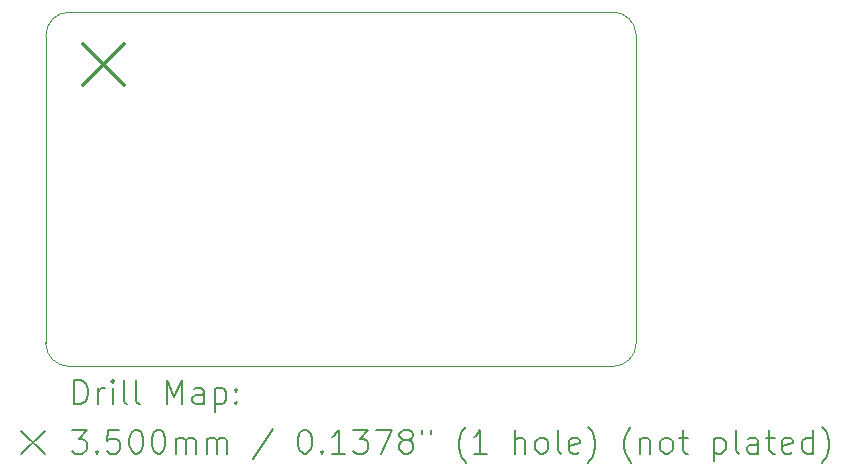
<source format=gbr>
%TF.GenerationSoftware,KiCad,Pcbnew,7.0.2*%
%TF.CreationDate,2023-05-03T11:21:34+05:30*%
%TF.ProjectId,Bed-leveler-PCB,4265642d-6c65-4766-956c-65722d504342,rev?*%
%TF.SameCoordinates,Original*%
%TF.FileFunction,Drillmap*%
%TF.FilePolarity,Positive*%
%FSLAX45Y45*%
G04 Gerber Fmt 4.5, Leading zero omitted, Abs format (unit mm)*
G04 Created by KiCad (PCBNEW 7.0.2) date 2023-05-03 11:21:34*
%MOMM*%
%LPD*%
G01*
G04 APERTURE LIST*
%ADD10C,0.100000*%
%ADD11C,0.200000*%
%ADD12C,0.350000*%
G04 APERTURE END LIST*
D10*
X17100421Y-6200421D02*
G75*
G03*
X16900421Y-6400421I0J-200000D01*
G01*
X16899421Y-9000579D02*
G75*
G03*
X17099421Y-9200579I200000J0D01*
G01*
X21899579Y-6399421D02*
G75*
G03*
X21699579Y-6199421I-200000J0D01*
G01*
X21700579Y-9200579D02*
G75*
G03*
X21900579Y-9000579I0J200000D01*
G01*
X21899579Y-6399421D02*
X21900579Y-9000579D01*
X17100421Y-6200421D02*
X21699579Y-6199421D01*
X16899421Y-9000579D02*
X16900421Y-6400421D01*
X21700579Y-9200579D02*
X17099421Y-9200579D01*
D11*
D12*
X17216000Y-6471000D02*
X17566000Y-6821000D01*
X17566000Y-6471000D02*
X17216000Y-6821000D01*
D11*
X17142040Y-9518102D02*
X17142040Y-9318102D01*
X17142040Y-9318102D02*
X17189659Y-9318102D01*
X17189659Y-9318102D02*
X17218231Y-9327626D01*
X17218231Y-9327626D02*
X17237279Y-9346674D01*
X17237279Y-9346674D02*
X17246802Y-9365721D01*
X17246802Y-9365721D02*
X17256326Y-9403817D01*
X17256326Y-9403817D02*
X17256326Y-9432388D01*
X17256326Y-9432388D02*
X17246802Y-9470483D01*
X17246802Y-9470483D02*
X17237279Y-9489531D01*
X17237279Y-9489531D02*
X17218231Y-9508579D01*
X17218231Y-9508579D02*
X17189659Y-9518102D01*
X17189659Y-9518102D02*
X17142040Y-9518102D01*
X17342040Y-9518102D02*
X17342040Y-9384769D01*
X17342040Y-9422864D02*
X17351564Y-9403817D01*
X17351564Y-9403817D02*
X17361088Y-9394293D01*
X17361088Y-9394293D02*
X17380136Y-9384769D01*
X17380136Y-9384769D02*
X17399183Y-9384769D01*
X17465850Y-9518102D02*
X17465850Y-9384769D01*
X17465850Y-9318102D02*
X17456326Y-9327626D01*
X17456326Y-9327626D02*
X17465850Y-9337150D01*
X17465850Y-9337150D02*
X17475374Y-9327626D01*
X17475374Y-9327626D02*
X17465850Y-9318102D01*
X17465850Y-9318102D02*
X17465850Y-9337150D01*
X17589659Y-9518102D02*
X17570612Y-9508579D01*
X17570612Y-9508579D02*
X17561088Y-9489531D01*
X17561088Y-9489531D02*
X17561088Y-9318102D01*
X17694421Y-9518102D02*
X17675374Y-9508579D01*
X17675374Y-9508579D02*
X17665850Y-9489531D01*
X17665850Y-9489531D02*
X17665850Y-9318102D01*
X17922993Y-9518102D02*
X17922993Y-9318102D01*
X17922993Y-9318102D02*
X17989660Y-9460960D01*
X17989660Y-9460960D02*
X18056326Y-9318102D01*
X18056326Y-9318102D02*
X18056326Y-9518102D01*
X18237279Y-9518102D02*
X18237279Y-9413341D01*
X18237279Y-9413341D02*
X18227755Y-9394293D01*
X18227755Y-9394293D02*
X18208707Y-9384769D01*
X18208707Y-9384769D02*
X18170612Y-9384769D01*
X18170612Y-9384769D02*
X18151564Y-9394293D01*
X18237279Y-9508579D02*
X18218231Y-9518102D01*
X18218231Y-9518102D02*
X18170612Y-9518102D01*
X18170612Y-9518102D02*
X18151564Y-9508579D01*
X18151564Y-9508579D02*
X18142040Y-9489531D01*
X18142040Y-9489531D02*
X18142040Y-9470483D01*
X18142040Y-9470483D02*
X18151564Y-9451436D01*
X18151564Y-9451436D02*
X18170612Y-9441912D01*
X18170612Y-9441912D02*
X18218231Y-9441912D01*
X18218231Y-9441912D02*
X18237279Y-9432388D01*
X18332517Y-9384769D02*
X18332517Y-9584769D01*
X18332517Y-9394293D02*
X18351564Y-9384769D01*
X18351564Y-9384769D02*
X18389660Y-9384769D01*
X18389660Y-9384769D02*
X18408707Y-9394293D01*
X18408707Y-9394293D02*
X18418231Y-9403817D01*
X18418231Y-9403817D02*
X18427755Y-9422864D01*
X18427755Y-9422864D02*
X18427755Y-9480007D01*
X18427755Y-9480007D02*
X18418231Y-9499055D01*
X18418231Y-9499055D02*
X18408707Y-9508579D01*
X18408707Y-9508579D02*
X18389660Y-9518102D01*
X18389660Y-9518102D02*
X18351564Y-9518102D01*
X18351564Y-9518102D02*
X18332517Y-9508579D01*
X18513469Y-9499055D02*
X18522993Y-9508579D01*
X18522993Y-9508579D02*
X18513469Y-9518102D01*
X18513469Y-9518102D02*
X18503945Y-9508579D01*
X18503945Y-9508579D02*
X18513469Y-9499055D01*
X18513469Y-9499055D02*
X18513469Y-9518102D01*
X18513469Y-9394293D02*
X18522993Y-9403817D01*
X18522993Y-9403817D02*
X18513469Y-9413341D01*
X18513469Y-9413341D02*
X18503945Y-9403817D01*
X18503945Y-9403817D02*
X18513469Y-9394293D01*
X18513469Y-9394293D02*
X18513469Y-9413341D01*
X16694421Y-9745579D02*
X16894421Y-9945579D01*
X16894421Y-9745579D02*
X16694421Y-9945579D01*
X17122993Y-9738102D02*
X17246802Y-9738102D01*
X17246802Y-9738102D02*
X17180136Y-9814293D01*
X17180136Y-9814293D02*
X17208707Y-9814293D01*
X17208707Y-9814293D02*
X17227755Y-9823817D01*
X17227755Y-9823817D02*
X17237279Y-9833341D01*
X17237279Y-9833341D02*
X17246802Y-9852388D01*
X17246802Y-9852388D02*
X17246802Y-9900007D01*
X17246802Y-9900007D02*
X17237279Y-9919055D01*
X17237279Y-9919055D02*
X17227755Y-9928579D01*
X17227755Y-9928579D02*
X17208707Y-9938102D01*
X17208707Y-9938102D02*
X17151564Y-9938102D01*
X17151564Y-9938102D02*
X17132517Y-9928579D01*
X17132517Y-9928579D02*
X17122993Y-9919055D01*
X17332517Y-9919055D02*
X17342040Y-9928579D01*
X17342040Y-9928579D02*
X17332517Y-9938102D01*
X17332517Y-9938102D02*
X17322993Y-9928579D01*
X17322993Y-9928579D02*
X17332517Y-9919055D01*
X17332517Y-9919055D02*
X17332517Y-9938102D01*
X17522993Y-9738102D02*
X17427755Y-9738102D01*
X17427755Y-9738102D02*
X17418231Y-9833341D01*
X17418231Y-9833341D02*
X17427755Y-9823817D01*
X17427755Y-9823817D02*
X17446802Y-9814293D01*
X17446802Y-9814293D02*
X17494421Y-9814293D01*
X17494421Y-9814293D02*
X17513469Y-9823817D01*
X17513469Y-9823817D02*
X17522993Y-9833341D01*
X17522993Y-9833341D02*
X17532517Y-9852388D01*
X17532517Y-9852388D02*
X17532517Y-9900007D01*
X17532517Y-9900007D02*
X17522993Y-9919055D01*
X17522993Y-9919055D02*
X17513469Y-9928579D01*
X17513469Y-9928579D02*
X17494421Y-9938102D01*
X17494421Y-9938102D02*
X17446802Y-9938102D01*
X17446802Y-9938102D02*
X17427755Y-9928579D01*
X17427755Y-9928579D02*
X17418231Y-9919055D01*
X17656326Y-9738102D02*
X17675374Y-9738102D01*
X17675374Y-9738102D02*
X17694421Y-9747626D01*
X17694421Y-9747626D02*
X17703945Y-9757150D01*
X17703945Y-9757150D02*
X17713469Y-9776198D01*
X17713469Y-9776198D02*
X17722993Y-9814293D01*
X17722993Y-9814293D02*
X17722993Y-9861912D01*
X17722993Y-9861912D02*
X17713469Y-9900007D01*
X17713469Y-9900007D02*
X17703945Y-9919055D01*
X17703945Y-9919055D02*
X17694421Y-9928579D01*
X17694421Y-9928579D02*
X17675374Y-9938102D01*
X17675374Y-9938102D02*
X17656326Y-9938102D01*
X17656326Y-9938102D02*
X17637279Y-9928579D01*
X17637279Y-9928579D02*
X17627755Y-9919055D01*
X17627755Y-9919055D02*
X17618231Y-9900007D01*
X17618231Y-9900007D02*
X17608707Y-9861912D01*
X17608707Y-9861912D02*
X17608707Y-9814293D01*
X17608707Y-9814293D02*
X17618231Y-9776198D01*
X17618231Y-9776198D02*
X17627755Y-9757150D01*
X17627755Y-9757150D02*
X17637279Y-9747626D01*
X17637279Y-9747626D02*
X17656326Y-9738102D01*
X17846802Y-9738102D02*
X17865850Y-9738102D01*
X17865850Y-9738102D02*
X17884898Y-9747626D01*
X17884898Y-9747626D02*
X17894421Y-9757150D01*
X17894421Y-9757150D02*
X17903945Y-9776198D01*
X17903945Y-9776198D02*
X17913469Y-9814293D01*
X17913469Y-9814293D02*
X17913469Y-9861912D01*
X17913469Y-9861912D02*
X17903945Y-9900007D01*
X17903945Y-9900007D02*
X17894421Y-9919055D01*
X17894421Y-9919055D02*
X17884898Y-9928579D01*
X17884898Y-9928579D02*
X17865850Y-9938102D01*
X17865850Y-9938102D02*
X17846802Y-9938102D01*
X17846802Y-9938102D02*
X17827755Y-9928579D01*
X17827755Y-9928579D02*
X17818231Y-9919055D01*
X17818231Y-9919055D02*
X17808707Y-9900007D01*
X17808707Y-9900007D02*
X17799183Y-9861912D01*
X17799183Y-9861912D02*
X17799183Y-9814293D01*
X17799183Y-9814293D02*
X17808707Y-9776198D01*
X17808707Y-9776198D02*
X17818231Y-9757150D01*
X17818231Y-9757150D02*
X17827755Y-9747626D01*
X17827755Y-9747626D02*
X17846802Y-9738102D01*
X17999183Y-9938102D02*
X17999183Y-9804769D01*
X17999183Y-9823817D02*
X18008707Y-9814293D01*
X18008707Y-9814293D02*
X18027755Y-9804769D01*
X18027755Y-9804769D02*
X18056326Y-9804769D01*
X18056326Y-9804769D02*
X18075374Y-9814293D01*
X18075374Y-9814293D02*
X18084898Y-9833341D01*
X18084898Y-9833341D02*
X18084898Y-9938102D01*
X18084898Y-9833341D02*
X18094421Y-9814293D01*
X18094421Y-9814293D02*
X18113469Y-9804769D01*
X18113469Y-9804769D02*
X18142040Y-9804769D01*
X18142040Y-9804769D02*
X18161088Y-9814293D01*
X18161088Y-9814293D02*
X18170612Y-9833341D01*
X18170612Y-9833341D02*
X18170612Y-9938102D01*
X18265850Y-9938102D02*
X18265850Y-9804769D01*
X18265850Y-9823817D02*
X18275374Y-9814293D01*
X18275374Y-9814293D02*
X18294421Y-9804769D01*
X18294421Y-9804769D02*
X18322993Y-9804769D01*
X18322993Y-9804769D02*
X18342041Y-9814293D01*
X18342041Y-9814293D02*
X18351564Y-9833341D01*
X18351564Y-9833341D02*
X18351564Y-9938102D01*
X18351564Y-9833341D02*
X18361088Y-9814293D01*
X18361088Y-9814293D02*
X18380136Y-9804769D01*
X18380136Y-9804769D02*
X18408707Y-9804769D01*
X18408707Y-9804769D02*
X18427755Y-9814293D01*
X18427755Y-9814293D02*
X18437279Y-9833341D01*
X18437279Y-9833341D02*
X18437279Y-9938102D01*
X18827755Y-9728579D02*
X18656326Y-9985721D01*
X19084898Y-9738102D02*
X19103945Y-9738102D01*
X19103945Y-9738102D02*
X19122993Y-9747626D01*
X19122993Y-9747626D02*
X19132517Y-9757150D01*
X19132517Y-9757150D02*
X19142041Y-9776198D01*
X19142041Y-9776198D02*
X19151564Y-9814293D01*
X19151564Y-9814293D02*
X19151564Y-9861912D01*
X19151564Y-9861912D02*
X19142041Y-9900007D01*
X19142041Y-9900007D02*
X19132517Y-9919055D01*
X19132517Y-9919055D02*
X19122993Y-9928579D01*
X19122993Y-9928579D02*
X19103945Y-9938102D01*
X19103945Y-9938102D02*
X19084898Y-9938102D01*
X19084898Y-9938102D02*
X19065850Y-9928579D01*
X19065850Y-9928579D02*
X19056326Y-9919055D01*
X19056326Y-9919055D02*
X19046803Y-9900007D01*
X19046803Y-9900007D02*
X19037279Y-9861912D01*
X19037279Y-9861912D02*
X19037279Y-9814293D01*
X19037279Y-9814293D02*
X19046803Y-9776198D01*
X19046803Y-9776198D02*
X19056326Y-9757150D01*
X19056326Y-9757150D02*
X19065850Y-9747626D01*
X19065850Y-9747626D02*
X19084898Y-9738102D01*
X19237279Y-9919055D02*
X19246803Y-9928579D01*
X19246803Y-9928579D02*
X19237279Y-9938102D01*
X19237279Y-9938102D02*
X19227755Y-9928579D01*
X19227755Y-9928579D02*
X19237279Y-9919055D01*
X19237279Y-9919055D02*
X19237279Y-9938102D01*
X19437279Y-9938102D02*
X19322993Y-9938102D01*
X19380136Y-9938102D02*
X19380136Y-9738102D01*
X19380136Y-9738102D02*
X19361088Y-9766674D01*
X19361088Y-9766674D02*
X19342041Y-9785721D01*
X19342041Y-9785721D02*
X19322993Y-9795245D01*
X19503945Y-9738102D02*
X19627755Y-9738102D01*
X19627755Y-9738102D02*
X19561088Y-9814293D01*
X19561088Y-9814293D02*
X19589660Y-9814293D01*
X19589660Y-9814293D02*
X19608707Y-9823817D01*
X19608707Y-9823817D02*
X19618231Y-9833341D01*
X19618231Y-9833341D02*
X19627755Y-9852388D01*
X19627755Y-9852388D02*
X19627755Y-9900007D01*
X19627755Y-9900007D02*
X19618231Y-9919055D01*
X19618231Y-9919055D02*
X19608707Y-9928579D01*
X19608707Y-9928579D02*
X19589660Y-9938102D01*
X19589660Y-9938102D02*
X19532517Y-9938102D01*
X19532517Y-9938102D02*
X19513469Y-9928579D01*
X19513469Y-9928579D02*
X19503945Y-9919055D01*
X19694422Y-9738102D02*
X19827755Y-9738102D01*
X19827755Y-9738102D02*
X19742041Y-9938102D01*
X19932517Y-9823817D02*
X19913469Y-9814293D01*
X19913469Y-9814293D02*
X19903945Y-9804769D01*
X19903945Y-9804769D02*
X19894422Y-9785721D01*
X19894422Y-9785721D02*
X19894422Y-9776198D01*
X19894422Y-9776198D02*
X19903945Y-9757150D01*
X19903945Y-9757150D02*
X19913469Y-9747626D01*
X19913469Y-9747626D02*
X19932517Y-9738102D01*
X19932517Y-9738102D02*
X19970612Y-9738102D01*
X19970612Y-9738102D02*
X19989660Y-9747626D01*
X19989660Y-9747626D02*
X19999184Y-9757150D01*
X19999184Y-9757150D02*
X20008707Y-9776198D01*
X20008707Y-9776198D02*
X20008707Y-9785721D01*
X20008707Y-9785721D02*
X19999184Y-9804769D01*
X19999184Y-9804769D02*
X19989660Y-9814293D01*
X19989660Y-9814293D02*
X19970612Y-9823817D01*
X19970612Y-9823817D02*
X19932517Y-9823817D01*
X19932517Y-9823817D02*
X19913469Y-9833341D01*
X19913469Y-9833341D02*
X19903945Y-9842864D01*
X19903945Y-9842864D02*
X19894422Y-9861912D01*
X19894422Y-9861912D02*
X19894422Y-9900007D01*
X19894422Y-9900007D02*
X19903945Y-9919055D01*
X19903945Y-9919055D02*
X19913469Y-9928579D01*
X19913469Y-9928579D02*
X19932517Y-9938102D01*
X19932517Y-9938102D02*
X19970612Y-9938102D01*
X19970612Y-9938102D02*
X19989660Y-9928579D01*
X19989660Y-9928579D02*
X19999184Y-9919055D01*
X19999184Y-9919055D02*
X20008707Y-9900007D01*
X20008707Y-9900007D02*
X20008707Y-9861912D01*
X20008707Y-9861912D02*
X19999184Y-9842864D01*
X19999184Y-9842864D02*
X19989660Y-9833341D01*
X19989660Y-9833341D02*
X19970612Y-9823817D01*
X20084898Y-9738102D02*
X20084898Y-9776198D01*
X20161088Y-9738102D02*
X20161088Y-9776198D01*
X20456327Y-10014293D02*
X20446803Y-10004769D01*
X20446803Y-10004769D02*
X20427755Y-9976198D01*
X20427755Y-9976198D02*
X20418231Y-9957150D01*
X20418231Y-9957150D02*
X20408707Y-9928579D01*
X20408707Y-9928579D02*
X20399184Y-9880960D01*
X20399184Y-9880960D02*
X20399184Y-9842864D01*
X20399184Y-9842864D02*
X20408707Y-9795245D01*
X20408707Y-9795245D02*
X20418231Y-9766674D01*
X20418231Y-9766674D02*
X20427755Y-9747626D01*
X20427755Y-9747626D02*
X20446803Y-9719055D01*
X20446803Y-9719055D02*
X20456327Y-9709531D01*
X20637279Y-9938102D02*
X20522993Y-9938102D01*
X20580136Y-9938102D02*
X20580136Y-9738102D01*
X20580136Y-9738102D02*
X20561088Y-9766674D01*
X20561088Y-9766674D02*
X20542041Y-9785721D01*
X20542041Y-9785721D02*
X20522993Y-9795245D01*
X20875374Y-9938102D02*
X20875374Y-9738102D01*
X20961088Y-9938102D02*
X20961088Y-9833341D01*
X20961088Y-9833341D02*
X20951565Y-9814293D01*
X20951565Y-9814293D02*
X20932517Y-9804769D01*
X20932517Y-9804769D02*
X20903946Y-9804769D01*
X20903946Y-9804769D02*
X20884898Y-9814293D01*
X20884898Y-9814293D02*
X20875374Y-9823817D01*
X21084898Y-9938102D02*
X21065850Y-9928579D01*
X21065850Y-9928579D02*
X21056327Y-9919055D01*
X21056327Y-9919055D02*
X21046803Y-9900007D01*
X21046803Y-9900007D02*
X21046803Y-9842864D01*
X21046803Y-9842864D02*
X21056327Y-9823817D01*
X21056327Y-9823817D02*
X21065850Y-9814293D01*
X21065850Y-9814293D02*
X21084898Y-9804769D01*
X21084898Y-9804769D02*
X21113469Y-9804769D01*
X21113469Y-9804769D02*
X21132517Y-9814293D01*
X21132517Y-9814293D02*
X21142041Y-9823817D01*
X21142041Y-9823817D02*
X21151565Y-9842864D01*
X21151565Y-9842864D02*
X21151565Y-9900007D01*
X21151565Y-9900007D02*
X21142041Y-9919055D01*
X21142041Y-9919055D02*
X21132517Y-9928579D01*
X21132517Y-9928579D02*
X21113469Y-9938102D01*
X21113469Y-9938102D02*
X21084898Y-9938102D01*
X21265850Y-9938102D02*
X21246803Y-9928579D01*
X21246803Y-9928579D02*
X21237279Y-9909531D01*
X21237279Y-9909531D02*
X21237279Y-9738102D01*
X21418231Y-9928579D02*
X21399184Y-9938102D01*
X21399184Y-9938102D02*
X21361088Y-9938102D01*
X21361088Y-9938102D02*
X21342041Y-9928579D01*
X21342041Y-9928579D02*
X21332517Y-9909531D01*
X21332517Y-9909531D02*
X21332517Y-9833341D01*
X21332517Y-9833341D02*
X21342041Y-9814293D01*
X21342041Y-9814293D02*
X21361088Y-9804769D01*
X21361088Y-9804769D02*
X21399184Y-9804769D01*
X21399184Y-9804769D02*
X21418231Y-9814293D01*
X21418231Y-9814293D02*
X21427755Y-9833341D01*
X21427755Y-9833341D02*
X21427755Y-9852388D01*
X21427755Y-9852388D02*
X21332517Y-9871436D01*
X21494422Y-10014293D02*
X21503946Y-10004769D01*
X21503946Y-10004769D02*
X21522993Y-9976198D01*
X21522993Y-9976198D02*
X21532517Y-9957150D01*
X21532517Y-9957150D02*
X21542041Y-9928579D01*
X21542041Y-9928579D02*
X21551565Y-9880960D01*
X21551565Y-9880960D02*
X21551565Y-9842864D01*
X21551565Y-9842864D02*
X21542041Y-9795245D01*
X21542041Y-9795245D02*
X21532517Y-9766674D01*
X21532517Y-9766674D02*
X21522993Y-9747626D01*
X21522993Y-9747626D02*
X21503946Y-9719055D01*
X21503946Y-9719055D02*
X21494422Y-9709531D01*
X21856327Y-10014293D02*
X21846803Y-10004769D01*
X21846803Y-10004769D02*
X21827755Y-9976198D01*
X21827755Y-9976198D02*
X21818231Y-9957150D01*
X21818231Y-9957150D02*
X21808708Y-9928579D01*
X21808708Y-9928579D02*
X21799184Y-9880960D01*
X21799184Y-9880960D02*
X21799184Y-9842864D01*
X21799184Y-9842864D02*
X21808708Y-9795245D01*
X21808708Y-9795245D02*
X21818231Y-9766674D01*
X21818231Y-9766674D02*
X21827755Y-9747626D01*
X21827755Y-9747626D02*
X21846803Y-9719055D01*
X21846803Y-9719055D02*
X21856327Y-9709531D01*
X21932517Y-9804769D02*
X21932517Y-9938102D01*
X21932517Y-9823817D02*
X21942041Y-9814293D01*
X21942041Y-9814293D02*
X21961088Y-9804769D01*
X21961088Y-9804769D02*
X21989660Y-9804769D01*
X21989660Y-9804769D02*
X22008708Y-9814293D01*
X22008708Y-9814293D02*
X22018231Y-9833341D01*
X22018231Y-9833341D02*
X22018231Y-9938102D01*
X22142041Y-9938102D02*
X22122993Y-9928579D01*
X22122993Y-9928579D02*
X22113469Y-9919055D01*
X22113469Y-9919055D02*
X22103946Y-9900007D01*
X22103946Y-9900007D02*
X22103946Y-9842864D01*
X22103946Y-9842864D02*
X22113469Y-9823817D01*
X22113469Y-9823817D02*
X22122993Y-9814293D01*
X22122993Y-9814293D02*
X22142041Y-9804769D01*
X22142041Y-9804769D02*
X22170612Y-9804769D01*
X22170612Y-9804769D02*
X22189660Y-9814293D01*
X22189660Y-9814293D02*
X22199184Y-9823817D01*
X22199184Y-9823817D02*
X22208708Y-9842864D01*
X22208708Y-9842864D02*
X22208708Y-9900007D01*
X22208708Y-9900007D02*
X22199184Y-9919055D01*
X22199184Y-9919055D02*
X22189660Y-9928579D01*
X22189660Y-9928579D02*
X22170612Y-9938102D01*
X22170612Y-9938102D02*
X22142041Y-9938102D01*
X22265850Y-9804769D02*
X22342041Y-9804769D01*
X22294422Y-9738102D02*
X22294422Y-9909531D01*
X22294422Y-9909531D02*
X22303946Y-9928579D01*
X22303946Y-9928579D02*
X22322993Y-9938102D01*
X22322993Y-9938102D02*
X22342041Y-9938102D01*
X22561088Y-9804769D02*
X22561088Y-10004769D01*
X22561088Y-9814293D02*
X22580136Y-9804769D01*
X22580136Y-9804769D02*
X22618231Y-9804769D01*
X22618231Y-9804769D02*
X22637279Y-9814293D01*
X22637279Y-9814293D02*
X22646803Y-9823817D01*
X22646803Y-9823817D02*
X22656327Y-9842864D01*
X22656327Y-9842864D02*
X22656327Y-9900007D01*
X22656327Y-9900007D02*
X22646803Y-9919055D01*
X22646803Y-9919055D02*
X22637279Y-9928579D01*
X22637279Y-9928579D02*
X22618231Y-9938102D01*
X22618231Y-9938102D02*
X22580136Y-9938102D01*
X22580136Y-9938102D02*
X22561088Y-9928579D01*
X22770612Y-9938102D02*
X22751565Y-9928579D01*
X22751565Y-9928579D02*
X22742041Y-9909531D01*
X22742041Y-9909531D02*
X22742041Y-9738102D01*
X22932517Y-9938102D02*
X22932517Y-9833341D01*
X22932517Y-9833341D02*
X22922993Y-9814293D01*
X22922993Y-9814293D02*
X22903946Y-9804769D01*
X22903946Y-9804769D02*
X22865850Y-9804769D01*
X22865850Y-9804769D02*
X22846803Y-9814293D01*
X22932517Y-9928579D02*
X22913469Y-9938102D01*
X22913469Y-9938102D02*
X22865850Y-9938102D01*
X22865850Y-9938102D02*
X22846803Y-9928579D01*
X22846803Y-9928579D02*
X22837279Y-9909531D01*
X22837279Y-9909531D02*
X22837279Y-9890483D01*
X22837279Y-9890483D02*
X22846803Y-9871436D01*
X22846803Y-9871436D02*
X22865850Y-9861912D01*
X22865850Y-9861912D02*
X22913469Y-9861912D01*
X22913469Y-9861912D02*
X22932517Y-9852388D01*
X22999184Y-9804769D02*
X23075374Y-9804769D01*
X23027755Y-9738102D02*
X23027755Y-9909531D01*
X23027755Y-9909531D02*
X23037279Y-9928579D01*
X23037279Y-9928579D02*
X23056327Y-9938102D01*
X23056327Y-9938102D02*
X23075374Y-9938102D01*
X23218231Y-9928579D02*
X23199184Y-9938102D01*
X23199184Y-9938102D02*
X23161088Y-9938102D01*
X23161088Y-9938102D02*
X23142041Y-9928579D01*
X23142041Y-9928579D02*
X23132517Y-9909531D01*
X23132517Y-9909531D02*
X23132517Y-9833341D01*
X23132517Y-9833341D02*
X23142041Y-9814293D01*
X23142041Y-9814293D02*
X23161088Y-9804769D01*
X23161088Y-9804769D02*
X23199184Y-9804769D01*
X23199184Y-9804769D02*
X23218231Y-9814293D01*
X23218231Y-9814293D02*
X23227755Y-9833341D01*
X23227755Y-9833341D02*
X23227755Y-9852388D01*
X23227755Y-9852388D02*
X23132517Y-9871436D01*
X23399184Y-9938102D02*
X23399184Y-9738102D01*
X23399184Y-9928579D02*
X23380136Y-9938102D01*
X23380136Y-9938102D02*
X23342041Y-9938102D01*
X23342041Y-9938102D02*
X23322993Y-9928579D01*
X23322993Y-9928579D02*
X23313469Y-9919055D01*
X23313469Y-9919055D02*
X23303946Y-9900007D01*
X23303946Y-9900007D02*
X23303946Y-9842864D01*
X23303946Y-9842864D02*
X23313469Y-9823817D01*
X23313469Y-9823817D02*
X23322993Y-9814293D01*
X23322993Y-9814293D02*
X23342041Y-9804769D01*
X23342041Y-9804769D02*
X23380136Y-9804769D01*
X23380136Y-9804769D02*
X23399184Y-9814293D01*
X23475374Y-10014293D02*
X23484898Y-10004769D01*
X23484898Y-10004769D02*
X23503946Y-9976198D01*
X23503946Y-9976198D02*
X23513469Y-9957150D01*
X23513469Y-9957150D02*
X23522993Y-9928579D01*
X23522993Y-9928579D02*
X23532517Y-9880960D01*
X23532517Y-9880960D02*
X23532517Y-9842864D01*
X23532517Y-9842864D02*
X23522993Y-9795245D01*
X23522993Y-9795245D02*
X23513469Y-9766674D01*
X23513469Y-9766674D02*
X23503946Y-9747626D01*
X23503946Y-9747626D02*
X23484898Y-9719055D01*
X23484898Y-9719055D02*
X23475374Y-9709531D01*
M02*

</source>
